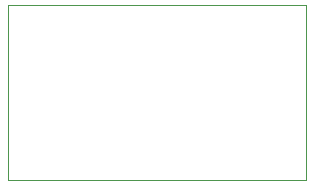
<source format=gko>
G04 #@! TF.FileFunction,Profile,NP*
%FSLAX46Y46*%
G04 Gerber Fmt 4.6, Leading zero omitted, Abs format (unit mm)*
G04 Created by KiCad (PCBNEW (2014-jul-16 BZR unknown)-product) date Sat 31 Jan 2015 01:48:02 PM EST*
%MOMM*%
G01*
G04 APERTURE LIST*
%ADD10C,0.100000*%
G04 APERTURE END LIST*
D10*
X127800000Y-103200000D02*
X127800000Y-88400000D01*
X153000000Y-103200000D02*
X127800000Y-103200000D01*
X153000000Y-88400000D02*
X153000000Y-103200000D01*
X127800000Y-88400000D02*
X153000000Y-88400000D01*
M02*

</source>
